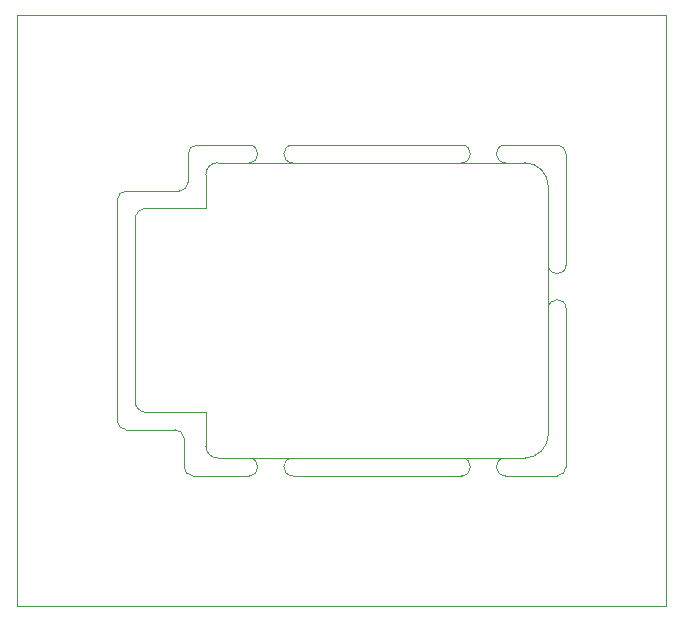
<source format=gbr>
%TF.GenerationSoftware,Altium Limited,Altium Designer,25.2.1 (25)*%
G04 Layer_Color=16711935*
%FSLAX45Y45*%
%MOMM*%
%TF.SameCoordinates,B7DAEB1B-2A83-4E2F-BFC4-A44EEF3E448A*%
%TF.FilePolarity,Positive*%
%TF.FileFunction,Keep-out,Top*%
%TF.Part,CustomerPanel*%
G01*
G75*
%TA.AperFunction,NonConductor*%
%ADD141C,0.10000*%
D141*
X4650000Y3825000D02*
G03*
X4575000Y3900000I-75000J0D01*
G01*
X4575000Y1100000D02*
G03*
X4650000Y1175000I0J75000D01*
G01*
X1415000Y1175000D02*
G03*
X1490000Y1100000I75000J-0D01*
G01*
X1415000Y1415000D02*
G03*
X1340000Y1490000I-75000J0D01*
G01*
X850000Y1565000D02*
G03*
X925000Y1490000I75000J-0D01*
G01*
X925000Y3510000D02*
G03*
X850000Y3435000I-0J-75000D01*
G01*
X1375000Y3510000D02*
G03*
X1450000Y3585000I0J75000D01*
G01*
X1525000Y3900000D02*
G03*
X1450000Y3825000I-0J-75000D01*
G01*
X2335000Y1250000D02*
G03*
X2335000Y1100000I0J-75000D01*
G01*
X1965000Y1100000D02*
G03*
X1965000Y1250001I0J75000D01*
G01*
X4135000Y1250000D02*
G03*
X4135000Y1100000I0J-75000D01*
G01*
X3765000Y1100000D02*
G03*
X3765000Y1250001I0J75000D01*
G01*
X4650000Y2515000D02*
G03*
X4500000Y2515000I-75000J0D01*
G01*
X4500000Y2885000D02*
G03*
X4650001Y2885000I75000J0D01*
G01*
X3765000Y3750000D02*
G03*
X3765000Y3900000I0J75000D01*
G01*
X4135000Y3900000D02*
G03*
X4135000Y3750000I0J-75000D01*
G01*
X2335000Y3900000D02*
G03*
X2335000Y3750000I0J-75000D01*
G01*
X1965000Y3750000D02*
G03*
X1965000Y3900000I0J75000D01*
G01*
X4500001Y3550000D02*
G03*
X4300001Y3750000I-200000J0D01*
G01*
Y1250000D02*
G03*
X4500001Y1450000I0J200000D01*
G01*
X1700001Y3750000D02*
G03*
X1600001Y3650000I0J-100000D01*
G01*
Y1350000D02*
G03*
X1700001Y1250000I100000J0D01*
G01*
X1100001Y3365000D02*
G03*
X1000001Y3265000I0J-100000D01*
G01*
Y1735000D02*
G03*
X1100001Y1635000I100000J0D01*
G01*
X1600000Y1350000D02*
Y1635000D01*
X1100001D02*
X1600000D01*
X1100001Y3365000D02*
X1600000D01*
Y3650000D01*
X4500000Y2515000D02*
X4500001Y1450000D01*
X4135000Y3750000D02*
X4300001D01*
X4500000Y3550000D02*
X4500000Y2885000D01*
X2335000Y3750000D02*
X3765000Y3750000D01*
X1700001Y1250000D02*
X1965000D01*
X1700001Y3750000D02*
X1965000D01*
X4135000Y1250000D02*
X4300000D01*
X4135000Y1100000D02*
X4575000D01*
X4650000Y1175000D02*
Y2515000D01*
X1415000Y1174724D02*
Y1415000D01*
X1489724Y1100000D02*
X1965000D01*
X925000Y1490000D02*
X1340000D01*
X850000Y1565000D02*
Y3435000D01*
X925000Y3510000D02*
X1375000D01*
X1450000Y3585000D02*
Y3825000D01*
X1525000Y3900000D02*
X1965000D01*
X4135000D02*
X4575000D01*
X4650000Y3825000D02*
X4650001Y2885000D01*
X2335000Y3900000D02*
X3765000D01*
X2915000Y1100000D02*
X3765000D01*
X2335000D02*
X2914999D01*
X2335000Y1250000D02*
X3765000Y1250000D01*
X1000001Y1735000D02*
Y3265000D01*
X-2Y4999995D02*
X5499998D01*
Y-5D02*
Y4999995D01*
X-2Y-5D02*
Y4999995D01*
Y-5D02*
X5499998D01*
X999999Y1734996D02*
G03*
X1099999Y1634996I100000J0D01*
G01*
Y3364996D02*
G03*
X999999Y3264996I0J-100000D01*
G01*
X1599999Y1349996D02*
G03*
X1699999Y1249996I100000J0D01*
G01*
Y3749996D02*
G03*
X1599999Y3649996I0J-100000D01*
G01*
X4299999Y1249995D02*
G03*
X4499999Y1449996I0J200000D01*
G01*
Y3549996D02*
G03*
X4299999Y3749996I-200000J0D01*
G01*
X1099998Y1634996D02*
X1599997D01*
Y1349996D02*
Y1634996D01*
X1099998Y3364996D02*
X1599997D01*
Y3649996D01*
X999999Y1734996D02*
Y3264996D01*
X4499999Y1449996D02*
Y3549996D01*
X1699997Y1249996D02*
X4299999D01*
X1699997Y3749996D02*
X4299999D01*
%TF.MD5,fa5ac00cb1b3edef60a30772afb57369*%
M02*

</source>
